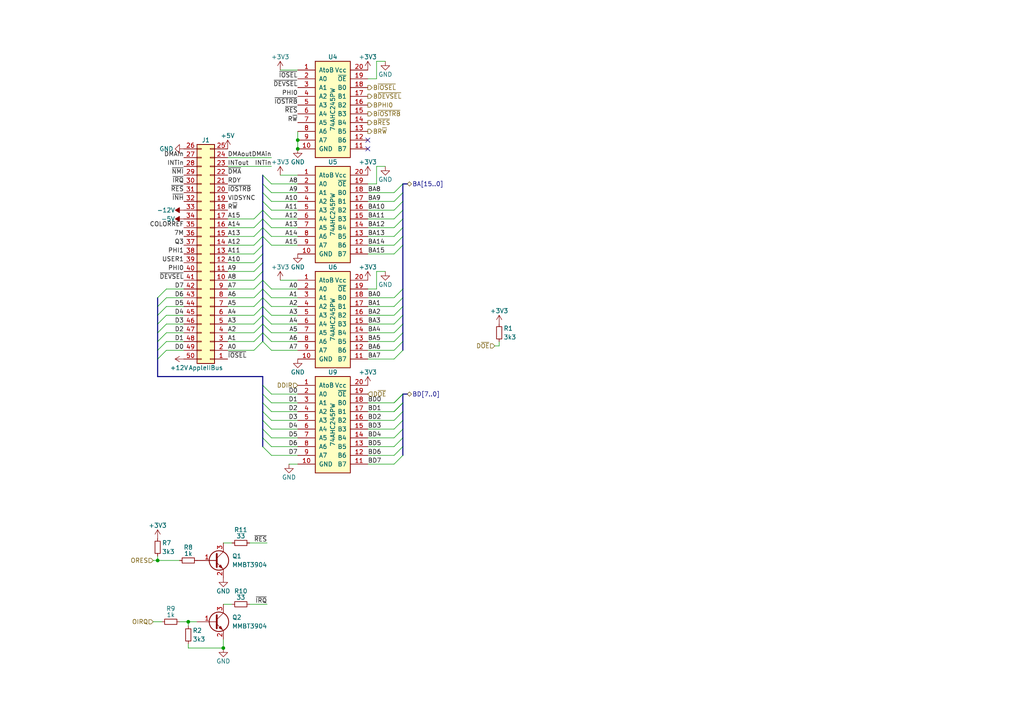
<source format=kicad_sch>
(kicad_sch (version 20230121) (generator eeschema)
  (paper "A4")
  (lib_symbols
    (symbol "Connector_Generic:Conn_02x25_Counter_Clockwise" (pin_names (offset 1.016) hide)
      (property "Reference" "J" (at 1.27 33.02 0))
      (property "Value" "Conn_02x25_Counter_Clockwise" (at 1.27 -33.02 0))
      (symbol "Conn_02x25_Counter_Clockwise_1_1"
        (rectangle (start -1.27 -30.353) (end 0 -30.607) (stroke (width 0.1524)))
        (rectangle (start -1.27 -27.813) (end 0 -28.067) (stroke (width 0.1524)))
        (rectangle (start -1.27 -25.273) (end 0 -25.527) (stroke (width 0.1524)))
        (rectangle (start -1.27 -22.733) (end 0 -22.987) (stroke (width 0.1524)))
        (rectangle (start -1.27 -20.193) (end 0 -20.447) (stroke (width 0.1524)))
        (rectangle (start -1.27 -17.653) (end 0 -17.907) (stroke (width 0.1524)))
        (rectangle (start -1.27 -15.113) (end 0 -15.367) (stroke (width 0.1524)))
        (rectangle (start -1.27 -12.573) (end 0 -12.827) (stroke (width 0.1524)))
        (rectangle (start -1.27 -10.033) (end 0 -10.287) (stroke (width 0.1524)))
        (rectangle (start -1.27 -7.493) (end 0 -7.747) (stroke (width 0.1524)))
        (rectangle (start -1.27 -4.953) (end 0 -5.207) (stroke (width 0.1524)))
        (rectangle (start -1.27 -2.413) (end 0 -2.667) (stroke (width 0.1524)))
        (rectangle (start -1.27 0.127) (end 0 -0.127) (stroke (width 0.1524)))
        (rectangle (start -1.27 2.667) (end 0 2.413) (stroke (width 0.1524)))
        (rectangle (start -1.27 5.207) (end 0 4.953) (stroke (width 0.1524)))
        (rectangle (start -1.27 7.747) (end 0 7.493) (stroke (width 0.1524)))
        (rectangle (start -1.27 10.287) (end 0 10.033) (stroke (width 0.1524)))
        (rectangle (start -1.27 12.827) (end 0 12.573) (stroke (width 0.1524)))
        (rectangle (start -1.27 15.367) (end 0 15.113) (stroke (width 0.1524)))
        (rectangle (start -1.27 17.907) (end 0 17.653) (stroke (width 0.1524)))
        (rectangle (start -1.27 20.447) (end 0 20.193) (stroke (width 0.1524)))
        (rectangle (start -1.27 22.987) (end 0 22.733) (stroke (width 0.1524)))
        (rectangle (start -1.27 25.527) (end 0 25.273) (stroke (width 0.1524)))
        (rectangle (start -1.27 28.067) (end 0 27.813) (stroke (width 0.1524)))
        (rectangle (start -1.27 30.607) (end 0 30.353) (stroke (width 0.1524)))
        (rectangle (start -1.27 31.75) (end 3.81 -31.75) (stroke (width 0.254)) (fill (type background)))
        (rectangle (start 3.81 -30.353) (end 2.54 -30.607) (stroke (width 0.1524)))
        (rectangle (start 3.81 -27.813) (end 2.54 -28.067) (stroke (width 0.1524)))
        (rectangle (start 3.81 -25.273) (end 2.54 -25.527) (stroke (width 0.1524)))
        (rectangle (start 3.81 -22.733) (end 2.54 -22.987) (stroke (width 0.1524)))
        (rectangle (start 3.81 -20.193) (end 2.54 -20.447) (stroke (width 0.1524)))
        (rectangle (start 3.81 -17.653) (end 2.54 -17.907) (stroke (width 0.1524)))
        (rectangle (start 3.81 -15.113) (end 2.54 -15.367) (stroke (width 0.1524)))
        (rectangle (start 3.81 -12.573) (end 2.54 -12.827) (stroke (width 0.1524)))
        (rectangle (start 3.81 -10.033) (end 2.54 -10.287) (stroke (width 0.1524)))
        (rectangle (start 3.81 -7.493) (end 2.54 -7.747) (stroke (width 0.1524)))
        (rectangle (start 3.81 -4.953) (end 2.54 -5.207) (stroke (width 0.1524)))
        (rectangle (start 3.81 -2.413) (end 2.54 -2.667) (stroke (width 0.1524)))
        (rectangle (start 3.81 0.127) (end 2.54 -0.127) (stroke (width 0.1524)))
        (rectangle (start 3.81 2.667) (end 2.54 2.413) (stroke (width 0.1524)))
        (rectangle (start 3.81 5.207) (end 2.54 4.953) (stroke (width 0.1524)))
        (rectangle (start 3.81 7.747) (end 2.54 7.493) (stroke (width 0.1524)))
        (rectangle (start 3.81 10.287) (end 2.54 10.033) (stroke (width 0.1524)))
        (rectangle (start 3.81 12.827) (end 2.54 12.573) (stroke (width 0.1524)))
        (rectangle (start 3.81 15.367) (end 2.54 15.113) (stroke (width 0.1524)))
        (rectangle (start 3.81 17.907) (end 2.54 17.653) (stroke (width 0.1524)))
        (rectangle (start 3.81 20.447) (end 2.54 20.193) (stroke (width 0.1524)))
        (rectangle (start 3.81 22.987) (end 2.54 22.733) (stroke (width 0.1524)))
        (rectangle (start 3.81 25.527) (end 2.54 25.273) (stroke (width 0.1524)))
        (rectangle (start 3.81 28.067) (end 2.54 27.813) (stroke (width 0.1524)))
        (rectangle (start 3.81 30.607) (end 2.54 30.353) (stroke (width 0.1524)))
        (pin passive line (at -5.08 30.48 0) (length 3.81) (name "Pin_1") (number "1"))
        (pin passive line (at -5.08 7.62 0) (length 3.81) (name "Pin_10") (number "10"))
        (pin passive line (at -5.08 5.08 0) (length 3.81) (name "Pin_11") (number "11"))
        (pin passive line (at -5.08 2.54 0) (length 3.81) (name "Pin_12") (number "12"))
        (pin passive line (at -5.08 0 0) (length 3.81) (name "Pin_13") (number "13"))
        (pin passive line (at -5.08 -2.54 0) (length 3.81) (name "Pin_14") (number "14"))
        (pin passive line (at -5.08 -5.08 0) (length 3.81) (name "Pin_15") (number "15"))
        (pin passive line (at -5.08 -7.62 0) (length 3.81) (name "Pin_16") (number "16"))
        (pin passive line (at -5.08 -10.16 0) (length 3.81) (name "Pin_17") (number "17"))
        (pin passive line (at -5.08 -12.7 0) (length 3.81) (name "Pin_18") (number "18"))
        (pin passive line (at -5.08 -15.24 0) (length 3.81) (name "Pin_19") (number "19"))
        (pin passive line (at -5.08 27.94 0) (length 3.81) (name "Pin_2") (number "2"))
        (pin passive line (at -5.08 -17.78 0) (length 3.81) (name "Pin_20") (number "20"))
        (pin passive line (at -5.08 -20.32 0) (length 3.81) (name "Pin_21") (number "21"))
        (pin passive line (at -5.08 -22.86 0) (length 3.81) (name "Pin_22") (number "22"))
        (pin passive line (at -5.08 -25.4 0) (length 3.81) (name "Pin_23") (number "23"))
        (pin passive line (at -5.08 -27.94 0) (length 3.81) (name "Pin_24") (number "24"))
        (pin passive line (at -5.08 -30.48 0) (length 3.81) (name "Pin_25") (number "25"))
        (pin passive line (at 7.62 -30.48 180) (length 3.81) (name "Pin_26") (number "26"))
        (pin passive line (at 7.62 -27.94 180) (length 3.81) (name "Pin_27") (number "27"))
        (pin passive line (at 7.62 -25.4 180) (length 3.81) (name "Pin_28") (number "28"))
        (pin passive line (at 7.62 -22.86 180) (length 3.81) (name "Pin_29") (number "29"))
        (pin passive line (at -5.08 25.4 0) (length 3.81) (name "Pin_3") (number "3"))
        (pin passive line (at 7.62 -20.32 180) (length 3.81) (name "Pin_30") (number "30"))
        (pin passive line (at 7.62 -17.78 180) (length 3.81) (name "Pin_31") (number "31"))
        (pin passive line (at 7.62 -15.24 180) (length 3.81) (name "Pin_32") (number "32"))
        (pin passive line (at 7.62 -12.7 180) (length 3.81) (name "Pin_33") (number "33"))
        (pin passive line (at 7.62 -10.16 180) (length 3.81) (name "Pin_34") (number "34"))
        (pin passive line (at 7.62 -7.62 180) (length 3.81) (name "Pin_35") (number "35"))
        (pin passive line (at 7.62 -5.08 180) (length 3.81) (name "Pin_36") (number "36"))
        (pin passive line (at 7.62 -2.54 180) (length 3.81) (name "Pin_37") (number "37"))
        (pin passive line (at 7.62 0 180) (length 3.81) (name "Pin_38") (number "38"))
        (pin passive line (at 7.62 2.54 180) (length 3.81) (name "Pin_39") (number "39"))
        (pin passive line (at -5.08 22.86 0) (length 3.81) (name "Pin_4") (number "4"))
        (pin passive line (at 7.62 5.08 180) (length 3.81) (name "Pin_40") (number "40"))
        (pin passive line (at 7.62 7.62 180) (length 3.81) (name "Pin_41") (number "41"))
        (pin passive line (at 7.62 10.16 180) (length 3.81) (name "Pin_42") (number "42"))
        (pin passive line (at 7.62 12.7 180) (length 3.81) (name "Pin_43") (number "43"))
        (pin passive line (at 7.62 15.24 180) (length 3.81) (name "Pin_44") (number "44"))
        (pin passive line (at 7.62 17.78 180) (length 3.81) (name "Pin_45") (number "45"))
        (pin passive line (at 7.62 20.32 180) (length 3.81) (name "Pin_46") (number "46"))
        (pin passive line (at 7.62 22.86 180) (length 3.81) (name "Pin_47") (number "47"))
        (pin passive line (at 7.62 25.4 180) (length 3.81) (name "Pin_48") (number "48"))
        (pin passive line (at 7.62 27.94 180) (length 3.81) (name "Pin_49") (number "49"))
        (pin passive line (at -5.08 20.32 0) (length 3.81) (name "Pin_5") (number "5"))
        (pin passive line (at 7.62 30.48 180) (length 3.81) (name "Pin_50") (number "50"))
        (pin passive line (at -5.08 17.78 0) (length 3.81) (name "Pin_6") (number "6"))
        (pin passive line (at -5.08 15.24 0) (length 3.81) (name "Pin_7") (number "7"))
        (pin passive line (at -5.08 12.7 0) (length 3.81) (name "Pin_8") (number "8"))
        (pin passive line (at -5.08 10.16 0) (length 3.81) (name "Pin_9") (number "9"))
      )
    )
    (symbol "Device:R_Small" (pin_numbers hide) (pin_names (offset 0.254) hide)
      (property "Reference" "R" (at 0.762 0.508 0))
      (property "Value" "R_Small" (at 0.762 -1.016 0))
      (symbol "R_Small_0_1"
        (rectangle (start -0.762 1.778) (end 0.762 -1.778) (stroke (width 0.2032)))
      )
      (symbol "R_Small_1_1"
        (pin passive line (at 0 2.54 270) (length 0.762) (name "~") (number "1"))
        (pin passive line (at 0 -2.54 90) (length 0.762) (name "~") (number "2"))
      )
    )
    (symbol "GW_Logic:74245" (pin_names (offset 1.016))
      (property "Reference" "U" (at 0 15.24 0))
      (property "Value" "74245" (at 0 0 90))
      (symbol "74245_0_1"
        (rectangle (start -5.08 13.97) (end 5.08 -13.97) (stroke (width 0.254)) (fill (type background)))
      )
      (symbol "74245_1_1"
        (pin input line (at -10.16 11.43 0) (length 5.08) (name "AtoB") (number "1"))
        (pin power_in line (at -10.16 -11.43 0) (length 5.08) (name "GND") (number "10"))
        (pin bidirectional line (at 10.16 -11.43 180) (length 5.08) (name "B7") (number "11"))
        (pin bidirectional line (at 10.16 -8.89 180) (length 5.08) (name "B6") (number "12"))
        (pin bidirectional line (at 10.16 -6.35 180) (length 5.08) (name "B5") (number "13"))
        (pin bidirectional line (at 10.16 -3.81 180) (length 5.08) (name "B4") (number "14"))
        (pin bidirectional line (at 10.16 -1.27 180) (length 5.08) (name "B3") (number "15"))
        (pin bidirectional line (at 10.16 1.27 180) (length 5.08) (name "B2") (number "16"))
        (pin bidirectional line (at 10.16 3.81 180) (length 5.08) (name "B1") (number "17"))
        (pin bidirectional line (at 10.16 6.35 180) (length 5.08) (name "B0") (number "18"))
        (pin input line (at 10.16 8.89 180) (length 5.08) (name "~{OE}") (number "19"))
        (pin bidirectional line (at -10.16 8.89 0) (length 5.08) (name "A0") (number "2"))
        (pin power_in line (at 10.16 11.43 180) (length 5.08) (name "Vcc") (number "20"))
        (pin bidirectional line (at -10.16 6.35 0) (length 5.08) (name "A1") (number "3"))
        (pin bidirectional line (at -10.16 3.81 0) (length 5.08) (name "A2") (number "4"))
        (pin bidirectional line (at -10.16 1.27 0) (length 5.08) (name "A3") (number "5"))
        (pin bidirectional line (at -10.16 -1.27 0) (length 5.08) (name "A4") (number "6"))
        (pin bidirectional line (at -10.16 -3.81 0) (length 5.08) (name "A5") (number "7"))
        (pin bidirectional line (at -10.16 -6.35 0) (length 5.08) (name "A6") (number "8"))
        (pin bidirectional line (at -10.16 -8.89 0) (length 5.08) (name "A7") (number "9"))
      )
    )
    (symbol "Transistor_BJT:MMBT3904" (pin_names (offset 0) hide)
      (property "Reference" "Q" (at 5.08 1.905 0))
      (property "Value" "MMBT3904" (at 5.08 0 0))
      (symbol "MMBT3904_0_1"
        (polyline (pts (xy 0.635 0.635) (xy 2.54 2.54)))
        (polyline (pts (xy 0.635 -0.635) (xy 2.54 -2.54) (xy 2.54 -2.54)))
        (polyline (pts (xy 0.635 1.905) (xy 0.635 -1.905) (xy 0.635 -1.905)) (stroke (width 0.508)))
        (polyline (pts (xy 1.27 -1.778) (xy 1.778 -1.27) (xy 2.286 -2.286) (xy 1.27 -1.778) (xy 1.27 -1.778)) (fill (type outline)))
        (circle (center 1.27 0) (radius 2.8194) (stroke (width 0.254)))
      )
      (symbol "MMBT3904_1_1"
        (pin input line (at -5.08 0 0) (length 5.715) (name "B") (number "1"))
        (pin passive line (at 2.54 -5.08 90) (length 2.54) (name "E") (number "2"))
        (pin passive line (at 2.54 5.08 270) (length 2.54) (name "C") (number "3"))
      )
    )
    (symbol "power:+12V" (power) (pin_names (offset 0))
      (property "Value" "+12V" (at 0 3.556 0))
      (symbol "+12V_0_1"
        (polyline (pts (xy -0.762 1.27) (xy 0 2.54)))
        (polyline (pts (xy 0 0) (xy 0 2.54)))
        (polyline (pts (xy 0 2.54) (xy 0.762 1.27)))
      )
      (symbol "+12V_1_1"
        (pin power_in line (at 0 0 90) (length 0) hide (name "+12V") (number "1"))
      )
    )
    (symbol "power:+3V3" (power) (pin_names (offset 0))
      (property "Value" "+3V3" (at 0 3.556 0))
      (symbol "+3V3_0_1"
        (polyline (pts (xy -0.762 1.27) (xy 0 2.54)))
        (polyline (pts (xy 0 0) (xy 0 2.54)))
        (polyline (pts (xy 0 2.54) (xy 0.762 1.27)))
      )
      (symbol "+3V3_1_1"
        (pin power_in line (at 0 0 90) (length 0) hide (name "+3V3") (number "1"))
      )
    )
    (symbol "power:+5V" (power) (pin_names (offset 0))
      (property "Value" "+5V" (at 0 3.556 0))
      (symbol "+5V_0_1"
        (polyline (pts (xy -0.762 1.27) (xy 0 2.54)))
        (polyline (pts (xy 0 0) (xy 0 2.54)))
        (polyline (pts (xy 0 2.54) (xy 0.762 1.27)))
      )
      (symbol "+5V_1_1"
        (pin power_in line (at 0 0 90) (length 0) hide (name "+5V") (number "1"))
      )
    )
    (symbol "power:-12V" (power) (pin_names (offset 0))
      (property "Value" "-12V" (at 0 3.81 0))
      (symbol "-12V_0_0"
        (pin power_in line (at 0 0 90) (length 0) hide (name "-12V") (number "1"))
      )
      (symbol "-12V_0_1"
        (polyline (pts (xy 0 0) (xy 0 1.27) (xy 0.762 1.27) (xy 0 2.54) (xy -0.762 1.27) (xy 0 1.27)) (fill (type outline)))
      )
    )
    (symbol "power:-5V" (power) (pin_names (offset 0))
      (property "Value" "-5V" (at 0 3.81 0))
      (symbol "-5V_0_0"
        (pin power_in line (at 0 0 90) (length 0) hide (name "-5V") (number "1"))
      )
      (symbol "-5V_0_1"
        (polyline (pts (xy 0 0) (xy 0 1.27) (xy 0.762 1.27) (xy 0 2.54) (xy -0.762 1.27) (xy 0 1.27)) (fill (type outline)))
      )
    )
    (symbol "power:GND" (power) (pin_names (offset 0))
      (property "Value" "GND" (at 0 -3.81 0))
      (symbol "GND_0_1"
        (polyline (pts (xy 0 0) (xy 0 -1.27) (xy 1.27 -1.27) (xy 0 -2.54) (xy -1.27 -1.27) (xy 0 -1.27)))
      )
      (symbol "GND_1_1"
        (pin power_in line (at 0 0 270) (length 0) hide (name "GND") (number "1"))
      )
    )
  )
  (junction (at 86.36 43.18))
  (junction (at 45.72 162.56))
  (junction (at 86.36 40.64))
  (junction (at 64.77 187.96))
  (junction (at 54.61 180.34))
  (no_connect (at 106.68 40.64))
  (no_connect (at 106.68 43.18))
  (bus_entry (at 76.2 124.46) (size 2.54 2.54))
  (bus_entry (at 114.3 116.84) (size 2.54 -2.54))
  (bus_entry (at 76.2 111.76) (size 2.54 2.54))
  (bus_entry (at 116.84 68.58) (size -2.54 2.54))
  (bus_entry (at 76.2 73.66) (size -2.54 2.54))
  (bus_entry (at 76.2 116.84) (size 2.54 2.54))
  (bus_entry (at 114.3 99.06) (size 2.54 -2.54))
  (bus_entry (at 76.2 81.28) (size -2.54 2.54))
  (bus_entry (at 76.2 83.82) (size -2.54 2.54))
  (bus_entry (at 76.2 88.9) (size -2.54 2.54))
  (bus_entry (at 76.2 119.38) (size 2.54 2.54))
  (bus_entry (at 76.2 121.92) (size 2.54 2.54))
  (bus_entry (at 76.2 68.58) (size -2.54 2.54))
  (bus_entry (at 114.3 96.52) (size 2.54 -2.54))
  (bus_entry (at 45.72 86.36) (size 2.54 -2.54))
  (bus_entry (at 76.2 91.44) (size 2.54 2.54))
  (bus_entry (at 116.84 55.88) (size -2.54 2.54))
  (bus_entry (at 76.2 86.36) (size -2.54 2.54))
  (bus_entry (at 45.72 99.06) (size 2.54 -2.54))
  (bus_entry (at 76.2 93.98) (size 2.54 2.54))
  (bus_entry (at 76.2 53.34) (size 2.54 2.54))
  (bus_entry (at 45.72 104.14) (size 2.54 -2.54))
  (bus_entry (at 76.2 96.52) (size -2.54 2.54))
  (bus_entry (at 76.2 93.98) (size -2.54 2.54))
  (bus_entry (at 114.3 119.38) (size 2.54 -2.54))
  (bus_entry (at 76.2 114.3) (size 2.54 2.54))
  (bus_entry (at 114.3 119.38) (size 2.54 -2.54))
  (bus_entry (at 76.2 76.2) (size -2.54 2.54))
  (bus_entry (at 114.3 121.92) (size 2.54 -2.54))
  (bus_entry (at 76.2 71.12) (size -2.54 2.54))
  (bus_entry (at 114.3 129.54) (size 2.54 -2.54))
  (bus_entry (at 114.3 132.08) (size 2.54 -2.54))
  (bus_entry (at 45.72 91.44) (size 2.54 -2.54))
  (bus_entry (at 114.3 134.62) (size 2.54 -2.54))
  (bus_entry (at 76.2 58.42) (size 2.54 2.54))
  (bus_entry (at 76.2 68.58) (size 2.54 2.54))
  (bus_entry (at 76.2 66.04) (size -2.54 2.54))
  (bus_entry (at 114.3 104.14) (size 2.54 -2.54))
  (bus_entry (at 116.84 53.34) (size -2.54 2.54))
  (bus_entry (at 116.84 71.12) (size -2.54 2.54))
  (bus_entry (at 114.3 116.84) (size 2.54 -2.54))
  (bus_entry (at 45.72 101.6) (size 2.54 -2.54))
  (bus_entry (at 76.2 63.5) (size 2.54 2.54))
  (bus_entry (at 76.2 60.96) (size 2.54 2.54))
  (bus_entry (at 114.3 124.46) (size 2.54 -2.54))
  (bus_entry (at 76.2 91.44) (size -2.54 2.54))
  (bus_entry (at 76.2 83.82) (size 2.54 2.54))
  (bus_entry (at 116.84 58.42) (size -2.54 2.54))
  (bus_entry (at 76.2 63.5) (size -2.54 2.54))
  (bus_entry (at 76.2 60.96) (size -2.54 2.54))
  (bus_entry (at 45.72 93.98) (size 2.54 -2.54))
  (bus_entry (at 76.2 129.54) (size 2.54 2.54))
  (bus_entry (at 114.3 93.98) (size 2.54 -2.54))
  (bus_entry (at 76.2 78.74) (size -2.54 2.54))
  (bus_entry (at 116.84 66.04) (size -2.54 2.54))
  (bus_entry (at 76.2 66.04) (size 2.54 2.54))
  (bus_entry (at 76.2 50.8) (size 2.54 2.54))
  (bus_entry (at 76.2 99.06) (size 2.54 2.54))
  (bus_entry (at 114.3 127) (size 2.54 -2.54))
  (bus_entry (at 76.2 127) (size 2.54 2.54))
  (bus_entry (at 76.2 96.52) (size 2.54 2.54))
  (bus_entry (at 114.3 88.9) (size 2.54 -2.54))
  (bus_entry (at 114.3 91.44) (size 2.54 -2.54))
  (bus_entry (at 76.2 88.9) (size 2.54 2.54))
  (bus_entry (at 45.72 96.52) (size 2.54 -2.54))
  (bus_entry (at 76.2 99.06) (size -2.54 2.54))
  (bus_entry (at 116.84 83.82) (size -2.54 2.54))
  (bus_entry (at 76.2 81.28) (size 2.54 2.54))
  (bus_entry (at 116.84 60.96) (size -2.54 2.54))
  (bus_entry (at 76.2 55.88) (size 2.54 2.54))
  (bus_entry (at 76.2 86.36) (size 2.54 2.54))
  (bus_entry (at 114.3 101.6) (size 2.54 -2.54))
  (bus_entry (at 45.72 88.9) (size 2.54 -2.54))
  (bus_entry (at 116.84 63.5) (size -2.54 2.54))
  (wire (pts (xy 66.04 96.52) (xy 73.66 96.52)))
  (wire (pts (xy 66.04 99.06) (xy 73.66 99.06)))
  (wire (pts (xy 78.74 86.36) (xy 86.36 86.36)))
  (bus (pts (xy 76.2 127) (xy 76.2 124.46)))
  (bus (pts (xy 45.72 86.36) (xy 45.72 88.9)))
  (wire (pts (xy 48.26 88.9) (xy 53.34 88.9)))
  (bus (pts (xy 45.72 101.6) (xy 45.72 104.14)))
  (wire (pts (xy 109.22 78.74) (xy 109.22 83.82)))
  (bus (pts (xy 45.72 109.22) (xy 76.2 109.22)))
  (wire (pts (xy 78.74 91.44) (xy 86.36 91.44)))
  (wire (pts (xy 48.26 86.36) (xy 53.34 86.36)))
  (bus (pts (xy 45.72 91.44) (xy 45.72 93.98)))
  (bus (pts (xy 76.2 129.54) (xy 76.2 127)))
  (bus (pts (xy 76.2 68.58) (xy 76.2 71.12)))
  (wire (pts (xy 106.68 99.06) (xy 114.3 99.06)))
  (wire (pts (xy 106.68 124.46) (xy 114.3 124.46)))
  (wire (pts (xy 48.26 96.52) (xy 53.34 96.52)))
  (wire (pts (xy 48.26 101.6) (xy 53.34 101.6)))
  (wire (pts (xy 78.74 132.08) (xy 86.36 132.08)))
  (wire (pts (xy 106.68 71.12) (xy 114.3 71.12)))
  (wire (pts (xy 144.78 100.33) (xy 144.78 99.06)))
  (wire (pts (xy 109.22 83.82) (xy 106.68 83.82)))
  (wire (pts (xy 44.45 180.34) (xy 46.99 180.34)))
  (wire (pts (xy 66.04 91.44) (xy 73.66 91.44)))
  (wire (pts (xy 78.74 101.6) (xy 86.36 101.6)))
  (wire (pts (xy 45.72 162.56) (xy 52.07 162.56)))
  (wire (pts (xy 66.04 83.82) (xy 73.66 83.82)))
  (wire (pts (xy 66.04 76.2) (xy 73.66 76.2)))
  (wire (pts (xy 106.68 63.5) (xy 114.3 63.5)))
  (bus (pts (xy 76.2 73.66) (xy 76.2 76.2)))
  (wire (pts (xy 78.74 53.34) (xy 86.36 53.34)))
  (bus (pts (xy 76.2 121.92) (xy 76.2 119.38)))
  (wire (pts (xy 109.22 17.78) (xy 109.22 22.86)))
  (bus (pts (xy 116.84 121.92) (xy 116.84 124.46)))
  (wire (pts (xy 78.74 71.12) (xy 86.36 71.12)))
  (wire (pts (xy 106.68 58.42) (xy 114.3 58.42)))
  (wire (pts (xy 109.22 48.26) (xy 109.22 53.34)))
  (bus (pts (xy 116.84 53.34) (xy 116.84 55.88)))
  (bus (pts (xy 76.2 81.28) (xy 76.2 83.82)))
  (wire (pts (xy 86.36 38.1) (xy 86.36 40.64)))
  (wire (pts (xy 106.68 86.36) (xy 114.3 86.36)))
  (wire (pts (xy 66.04 63.5) (xy 73.66 63.5)))
  (wire (pts (xy 54.61 186.69) (xy 54.61 187.96)))
  (wire (pts (xy 67.31 175.26) (xy 64.77 175.26)))
  (wire (pts (xy 64.77 187.96) (xy 64.77 185.42)))
  (wire (pts (xy 78.74 121.92) (xy 86.36 121.92)))
  (wire (pts (xy 106.68 93.98) (xy 114.3 93.98)))
  (wire (pts (xy 106.68 134.62) (xy 114.3 134.62)))
  (wire (pts (xy 78.74 68.58) (xy 86.36 68.58)))
  (bus (pts (xy 116.84 66.04) (xy 116.84 68.58)))
  (bus (pts (xy 116.84 129.54) (xy 116.84 132.08)))
  (bus (pts (xy 45.72 109.22) (xy 45.72 104.14)))
  (wire (pts (xy 78.74 83.82) (xy 86.36 83.82)))
  (bus (pts (xy 116.84 63.5) (xy 116.84 66.04)))
  (bus (pts (xy 76.2 50.8) (xy 76.2 53.34)))
  (bus (pts (xy 116.84 127) (xy 116.84 129.54)))
  (wire (pts (xy 106.68 88.9) (xy 114.3 88.9)))
  (wire (pts (xy 54.61 187.96) (xy 64.77 187.96)))
  (wire (pts (xy 109.22 22.86) (xy 106.68 22.86)))
  (bus (pts (xy 76.2 91.44) (xy 76.2 93.98)))
  (bus (pts (xy 76.2 119.38) (xy 76.2 116.84)))
  (wire (pts (xy 66.04 71.12) (xy 73.66 71.12)))
  (bus (pts (xy 76.2 66.04) (xy 76.2 68.58)))
  (wire (pts (xy 106.68 129.54) (xy 114.3 129.54)))
  (wire (pts (xy 83.82 134.62) (xy 86.36 134.62)))
  (wire (pts (xy 54.61 180.34) (xy 54.61 181.61)))
  (bus (pts (xy 116.84 116.84) (xy 116.84 119.38)))
  (bus (pts (xy 116.84 91.44) (xy 116.84 93.98)))
  (bus (pts (xy 116.84 60.96) (xy 116.84 63.5)))
  (wire (pts (xy 48.26 91.44) (xy 53.34 91.44)))
  (wire (pts (xy 64.77 157.48) (xy 67.31 157.48)))
  (wire (pts (xy 78.74 63.5) (xy 86.36 63.5)))
  (bus (pts (xy 76.2 76.2) (xy 76.2 78.74)))
  (wire (pts (xy 54.61 180.34) (xy 57.15 180.34)))
  (bus (pts (xy 76.2 58.42) (xy 76.2 60.96)))
  (wire (pts (xy 45.72 162.56) (xy 45.72 161.29)))
  (wire (pts (xy 78.74 124.46) (xy 86.36 124.46)))
  (wire (pts (xy 106.68 60.96) (xy 114.3 60.96)))
  (wire (pts (xy 109.22 53.34) (xy 106.68 53.34)))
  (wire (pts (xy 106.68 127) (xy 114.3 127)))
  (bus (pts (xy 116.84 96.52) (xy 116.84 99.06)))
  (wire (pts (xy 78.74 119.38) (xy 86.36 119.38)))
  (wire (pts (xy 44.45 162.56) (xy 45.72 162.56)))
  (wire (pts (xy 81.28 81.28) (xy 86.36 81.28)))
  (wire (pts (xy 106.68 119.38) (xy 114.3 119.38)))
  (wire (pts (xy 78.74 96.52) (xy 86.36 96.52)))
  (bus (pts (xy 116.84 83.82) (xy 116.84 86.36)))
  (bus (pts (xy 76.2 55.88) (xy 76.2 58.42)))
  (bus (pts (xy 76.2 93.98) (xy 76.2 96.52)))
  (wire (pts (xy 66.04 78.74) (xy 73.66 78.74)))
  (bus (pts (xy 116.84 55.88) (xy 116.84 58.42)))
  (wire (pts (xy 111.76 48.26) (xy 109.22 48.26)))
  (wire (pts (xy 72.39 157.48) (xy 77.47 157.48)))
  (bus (pts (xy 76.2 83.82) (xy 76.2 86.36)))
  (bus (pts (xy 116.84 88.9) (xy 116.84 91.44)))
  (wire (pts (xy 106.68 66.04) (xy 114.3 66.04)))
  (wire (pts (xy 66.04 88.9) (xy 73.66 88.9)))
  (wire (pts (xy 106.68 55.88) (xy 114.3 55.88)))
  (wire (pts (xy 66.04 86.36) (xy 73.66 86.36)))
  (bus (pts (xy 45.72 93.98) (xy 45.72 96.52)))
  (bus (pts (xy 116.84 114.3) (xy 118.11 114.3)))
  (wire (pts (xy 48.26 99.06) (xy 53.34 99.06)))
  (wire (pts (xy 66.04 101.6) (xy 73.66 101.6)))
  (wire (pts (xy 66.04 93.98) (xy 73.66 93.98)))
  (wire (pts (xy 106.68 68.58) (xy 114.3 68.58)))
  (wire (pts (xy 78.74 129.54) (xy 86.36 129.54)))
  (wire (pts (xy 52.07 180.34) (xy 54.61 180.34)))
  (wire (pts (xy 66.04 68.58) (xy 73.66 68.58)))
  (bus (pts (xy 116.84 114.3) (xy 116.84 116.84)))
  (wire (pts (xy 66.04 73.66) (xy 73.66 73.66)))
  (wire (pts (xy 111.76 17.78) (xy 109.22 17.78)))
  (bus (pts (xy 45.72 88.9) (xy 45.72 91.44)))
  (wire (pts (xy 78.74 99.06) (xy 86.36 99.06)))
  (bus (pts (xy 76.2 60.96) (xy 76.2 63.5)))
  (wire (pts (xy 66.04 48.26) (xy 78.74 48.26)))
  (bus (pts (xy 76.2 114.3) (xy 76.2 111.76)))
  (bus (pts (xy 45.72 96.52) (xy 45.72 99.06)))
  (wire (pts (xy 78.74 114.3) (xy 86.36 114.3)))
  (wire (pts (xy 106.68 91.44) (xy 114.3 91.44)))
  (wire (pts (xy 111.76 78.74) (xy 109.22 78.74)))
  (wire (pts (xy 106.68 116.84) (xy 114.3 116.84)))
  (bus (pts (xy 116.84 93.98) (xy 116.84 96.52)))
  (bus (pts (xy 76.2 88.9) (xy 76.2 91.44)))
  (bus (pts (xy 116.84 86.36) (xy 116.84 88.9)))
  (wire (pts (xy 106.68 101.6) (xy 114.3 101.6)))
  (bus (pts (xy 116.84 124.46) (xy 116.84 127)))
  (wire (pts (xy 106.68 96.52) (xy 114.3 96.52)))
  (bus (pts (xy 76.2 111.76) (xy 76.2 109.22)))
  (bus (pts (xy 116.84 68.58) (xy 116.84 71.12)))
  (wire (pts (xy 106.68 132.08) (xy 114.3 132.08)))
  (wire (pts (xy 81.28 20.32) (xy 86.36 20.32)))
  (bus (pts (xy 76.2 63.5) (xy 76.2 66.04)))
  (bus (pts (xy 116.84 53.34) (xy 118.11 53.34)))
  (wire (pts (xy 66.04 66.04) (xy 73.66 66.04)))
  (bus (pts (xy 76.2 86.36) (xy 76.2 88.9)))
  (wire (pts (xy 66.04 45.72) (xy 78.74 45.72)))
  (bus (pts (xy 76.2 71.12) (xy 76.2 73.66)))
  (bus (pts (xy 45.72 99.06) (xy 45.72 101.6)))
  (wire (pts (xy 78.74 58.42) (xy 86.36 58.42)))
  (wire (pts (xy 72.39 175.26) (xy 77.47 175.26)))
  (bus (pts (xy 116.84 119.38) (xy 116.84 121.92)))
  (wire (pts (xy 86.36 40.64) (xy 86.36 43.18)))
  (wire (pts (xy 48.26 93.98) (xy 53.34 93.98)))
  (wire (pts (xy 78.74 93.98) (xy 86.36 93.98)))
  (wire (pts (xy 48.26 83.82) (xy 53.34 83.82)))
  (bus (pts (xy 76.2 124.46) (xy 76.2 121.92)))
  (wire (pts (xy 106.68 104.14) (xy 114.3 104.14)))
  (bus (pts (xy 116.84 99.06) (xy 116.84 101.6)))
  (bus (pts (xy 76.2 53.34) (xy 76.2 55.88)))
  (wire (pts (xy 106.68 73.66) (xy 114.3 73.66)))
  (bus (pts (xy 76.2 78.74) (xy 76.2 81.28)))
  (wire (pts (xy 78.74 88.9) (xy 86.36 88.9)))
  (wire (pts (xy 78.74 66.04) (xy 86.36 66.04)))
  (bus (pts (xy 116.84 58.42) (xy 116.84 60.96)))
  (wire (pts (xy 78.74 127) (xy 86.36 127)))
  (wire (pts (xy 66.04 81.28) (xy 73.66 81.28)))
  (bus (pts (xy 76.2 96.52) (xy 76.2 99.06)))
  (wire (pts (xy 81.28 50.8) (xy 86.36 50.8)))
  (bus (pts (xy 76.2 116.84) (xy 76.2 114.3)))
  (wire (pts (xy 144.78 100.33) (xy 143.51 100.33)))
  (bus (pts (xy 116.84 71.12) (xy 116.84 83.82)))
  (wire (pts (xy 78.74 55.88) (xy 86.36 55.88)))
  (wire (pts (xy 106.68 121.92) (xy 114.3 121.92)))
  (wire (pts (xy 78.74 60.96) (xy 86.36 60.96)))
  (wire (pts (xy 78.74 116.84) (xy 86.36 116.84)))
  (label "BA11" (at 106.68 63.5 0))
  (label "~{IRQ}" (at 77.47 175.26 180))
  (label "BD3" (at 106.68 124.46 0))
  (label "D1" (at 86.36 116.84 180))
  (label "D1" (at 53.34 99.06 180))
  (label "BD6" (at 106.68 132.08 0))
  (label "A4" (at 86.36 93.98 180))
  (label "BA10" (at 106.68 60.96 0))
  (label "BA3" (at 106.68 93.98 0))
  (label "R~{W}" (at 86.36 35.56 180))
  (label "D0" (at 53.34 101.6 180))
  (label "A10" (at 86.36 58.42 180))
  (label "DMAout" (at 66.04 45.72 0))
  (label "PHI0" (at 86.36 27.94 180))
  (label "BA6" (at 106.68 101.6 0))
  (label "A9" (at 66.04 78.74 0))
  (label "BD0" (at 106.68 116.84 0))
  (label "~{IOSTRB}" (at 66.04 55.88 0))
  (label "INTout" (at 66.04 48.26 0))
  (label "~{IOSEL}" (at 66.04 104.14 0))
  (label "D5" (at 86.36 127 180))
  (label "BA0" (at 106.68 86.36 0))
  (label "A2" (at 86.36 88.9 180))
  (label "A15" (at 66.04 63.5 0))
  (label "A3" (at 86.36 91.44 180))
  (label "A11" (at 86.36 60.96 180))
  (label "A7" (at 86.36 101.6 180))
  (label "BA2" (at 106.68 91.44 0))
  (label "~{NMI}" (at 53.34 50.8 180))
  (label "A14" (at 86.36 68.58 180))
  (label "A4" (at 66.04 91.44 0))
  (label "~{DEVSEL}" (at 86.36 25.4 180))
  (label "D7" (at 86.36 132.08 180))
  (label "A12" (at 86.36 63.5 180))
  (label "D2" (at 53.34 96.52 180))
  (label "BA14" (at 106.68 71.12 0))
  (label "A9" (at 86.36 55.88 180))
  (label "BA8" (at 106.68 55.88 0))
  (label "~{INH}" (at 53.34 58.42 180))
  (label "D0" (at 86.36 114.3 180))
  (label "A8" (at 66.04 81.28 0))
  (label "INTin" (at 53.34 48.26 180))
  (label "D3" (at 53.34 93.98 180))
  (label "Q3" (at 53.34 71.12 180))
  (label "A0" (at 86.36 83.82 180))
  (label "A13" (at 86.36 66.04 180))
  (label "D6" (at 86.36 129.54 180))
  (label "PHI0" (at 53.34 78.74 180))
  (label "BD5" (at 106.68 129.54 0))
  (label "D7" (at 53.34 83.82 180))
  (label "~{IOSEL}" (at 86.36 22.86 180))
  (label "BA13" (at 106.68 68.58 0))
  (label "D5" (at 53.34 88.9 180))
  (label "D4" (at 53.34 91.44 180))
  (label "VIDSYNC" (at 66.04 58.42 0))
  (label "BA5" (at 106.68 99.06 0))
  (label "COLORREF" (at 53.34 66.04 180))
  (label "DMAin" (at 78.74 45.72 180))
  (label "A0" (at 66.04 101.6 0))
  (label "~{IRQ}" (at 53.34 53.34 180))
  (label "DMAin" (at 53.34 45.72 180))
  (label "D6" (at 53.34 86.36 180))
  (label "A5" (at 66.04 88.9 0))
  (label "A13" (at 66.04 68.58 0))
  (label "A2" (at 66.04 96.52 0))
  (label "BD7" (at 106.68 134.62 0))
  (label "BD1" (at 106.68 119.38 0))
  (label "~{DEVSEL}" (at 53.34 81.28 180))
  (label "BA15" (at 106.68 73.66 0))
  (label "D2" (at 86.36 119.38 180))
  (label "A15" (at 86.36 71.12 180))
  (label "BD4" (at 106.68 127 0))
  (label "D4" (at 86.36 124.46 180))
  (label "A7" (at 66.04 83.82 0))
  (label "BA7" (at 106.68 104.14 0))
  (label "A11" (at 66.04 73.66 0))
  (label "~{DMA}" (at 66.04 50.8 0))
  (label "A5" (at 86.36 96.52 180))
  (label "7M" (at 53.34 68.58 180))
  (label "INTin" (at 78.74 48.26 180))
  (label "PHI1" (at 53.34 73.66 180))
  (label "A1" (at 66.04 99.06 0))
  (label "~{IOSTRB}" (at 86.36 30.48 180))
  (label "BA1" (at 106.68 88.9 0))
  (label "A14" (at 66.04 66.04 0))
  (label "BA9" (at 106.68 58.42 0))
  (label "USER1" (at 53.34 76.2 180))
  (label "RDY" (at 66.04 53.34 0))
  (label "A8" (at 86.36 53.34 180))
  (label "A6" (at 66.04 86.36 0))
  (label "A6" (at 86.36 99.06 180))
  (label "~{RES}" (at 86.36 33.02 180))
  (label "A1" (at 86.36 86.36 180))
  (label "BA4" (at 106.68 96.52 0))
  (label "~{RES}" (at 77.47 157.48 180))
  (label "~{RES}" (at 53.34 55.88 180))
  (label "A3" (at 66.04 93.98 0))
  (label "A12" (at 66.04 71.12 0))
  (label "A10" (at 66.04 76.2 0))
  (label "BA12" (at 106.68 66.04 0))
  (label "R~{W}" (at 66.04 60.96 0))
  (label "D3" (at 86.36 121.92 180))
  (label "BD2" (at 106.68 121.92 0))
  (hierarchical_label "D~{OE}" (shape input) (at 106.68 114.3 0))
  (hierarchical_label "BR~{W}" (shape output) (at 106.68 38.1 0))
  (hierarchical_label "BA[15..0]" (shape bidirectional) (at 118.11 53.34 0))
  (hierarchical_label "BPHI0" (shape output) (at 106.68 30.48 0))
  (hierarchical_label "B~{RES}" (shape output) (at 106.68 35.56 0))
  (hierarchical_label "BD[7..0]" (shape bidirectional) (at 118.11 114.3 0))
  (hierarchical_label "ORES" (shape input) (at 44.45 162.56 180))
  (hierarchical_label "OIRQ" (shape input) (at 44.45 180.34 180))
  (hierarchical_label "B~{DEVSEL}" (shape output) (at 106.68 27.94 0))
  (hierarchical_label "D~{OE}" (shape input) (at 143.51 100.33 180))
  (hierarchical_label "B~{IOSTRB}" (shape output) (at 106.68 33.02 0))
  (hierarchical_label "DDIR" (shape input) (at 86.36 111.76 180))
  (hierarchical_label "B~{IOSEL}" (shape output) (at 106.68 25.4 0))
  (symbol (lib_id "Device:R_Small") (at 45.72 158.75 0) (unit 1)
    (property "Reference" "R7" (at 46.99 157.48 0) (effects (justify left)))
    (property "Value" "3k3" (at 46.99 160.02 0) (effects (justify left)))
    (property "Footprint" "stdpads:R_0603" (effects hide))
  )
  (symbol (lib_id "power:GND") (at 111.76 48.26 0) (unit 1)
    (property "Reference" "#PWR042" (effects hide))
    (property "Value" "GND" (at 111.76 52.07 0))
  )
  (symbol (lib_id "power:+12V") (at 53.34 104.14 90) (unit 1)
    (property "Reference" "#PWR034" (effects hide))
    (property "Value" "+12V" (at 54.61 106.68 90) (effects (justify left)))
  )
  (symbol (lib_id "power:+3V3") (at 106.68 20.32 0) (unit 1)
    (property "Reference" "#PWR023" (effects hide))
    (property "Value" "+3V3" (at 106.68 16.51 0))
  )
  (symbol (lib_id "power:+3V3") (at 81.28 20.32 0) (unit 1)
    (property "Reference" "#PWR016" (effects hide))
    (property "Value" "+3V3" (at 81.28 16.51 0))
  )
  (symbol (lib_id "power:GND") (at 83.82 134.62 0) (unit 1)
    (property "Reference" "#PWR019" (effects hide))
    (property "Value" "GND" (at 83.82 138.43 0))
  )
  (symbol (lib_id "Transistor_BJT:MMBT3904") (at 62.23 180.34 0) (unit 1)
    (property "Reference" "Q2" (at 67.31 179.07 0) (effects (justify left)))
    (property "Value" "MMBT3904" (at 67.31 181.61 0) (effects (justify left)))
    (property "Footprint" "Package_TO_SOT_SMD:SOT-23" (effects hide))
    (property "Datasheet" "https://www.onsemi.com/pdf/datasheet/pzt3904-d.pdf" (effects hide))
  )
  (symbol (lib_id "Transistor_BJT:MMBT3904") (at 62.23 162.56 0) (unit 1)
    (property "Reference" "Q1" (at 67.31 161.29 0) (effects (justify left)))
    (property "Value" "MMBT3904" (at 67.31 163.83 0) (effects (justify left)))
    (property "Footprint" "Package_TO_SOT_SMD:SOT-23" (effects hide))
    (property "Datasheet" "https://www.onsemi.com/pdf/datasheet/pzt3904-d.pdf" (effects hide))
  )
  (symbol (lib_id "GW_Logic:74245") (at 96.52 92.71 0) (unit 1)
    (property "Reference" "U6" (at 96.52 77.47 0))
    (property "Value" "74AHC245PW" (at 96.52 92.71 90))
    (property "Footprint" "stdpads:TSSOP-20_4.4x6.5mm_P0.65mm" (effects hide))
    (property "LCSC Part" "C5516" (effects hide))
  )
  (symbol (lib_id "power:-12V") (at 53.34 60.96 90) (unit 1)
    (property "Reference" "#PWR032" (effects hide))
    (property "Value" "-12V" (at 50.8 60.96 90) (effects (justify left)))
  )
  (symbol (lib_id "power:GND") (at 111.76 78.74 0) (unit 1)
    (property "Reference" "#PWR041" (effects hide))
    (property "Value" "GND" (at 111.76 82.55 0))
  )
  (symbol (lib_id "Device:R_Small") (at 144.78 96.52 0) (unit 1)
    (property "Reference" "R1" (at 146.05 95.25 0) (effects (justify left)))
    (property "Value" "3k3" (at 146.05 97.79 0) (effects (justify left)))
    (property "Footprint" "stdpads:R_0603" (effects hide))
  )
  (symbol (lib_id "Device:R_Small") (at 54.61 162.56 90) (unit 1)
    (property "Reference" "R8" (at 54.61 158.75 90))
    (property "Value" "1k" (at 54.61 161.29 90) (effects (justify top)))
    (property "Footprint" "stdpads:R_0603" (effects hide))
    (property "LCSC Part" "10k" (effects hide))
  )
  (symbol (lib_id "power:+3V3") (at 106.68 50.8 0) (unit 1)
    (property "Reference" "#PWR024" (effects hide))
    (property "Value" "+3V3" (at 106.68 46.99 0))
  )
  (symbol (lib_id "power:+3V3") (at 144.78 93.98 0) (unit 1)
    (property "Reference" "#PWR029" (effects hide))
    (property "Value" "+3V3" (at 144.78 90.17 0))
  )
  (symbol (lib_id "power:GND") (at 64.77 167.64 0) (unit 1)
    (property "Reference" "#PWR043" (effects hide))
    (property "Value" "GND" (at 64.77 171.45 0))
  )
  (symbol (lib_id "GW_Logic:74245") (at 96.52 62.23 0) (unit 1)
    (property "Reference" "U5" (at 96.52 46.99 0))
    (property "Value" "74AHC245PW" (at 96.52 62.23 90))
    (property "Footprint" "stdpads:TSSOP-20_4.4x6.5mm_P0.65mm" (effects hide))
    (property "LCSC Part" "C5516" (effects hide))
  )
  (symbol (lib_id "Device:R_Small") (at 69.85 157.48 270) (unit 1)
    (property "Reference" "R11" (at 69.85 153.67 90))
    (property "Value" "33" (at 69.85 156.21 90) (effects (justify bottom)))
    (property "Footprint" "stdpads:R_0603" (effects hide))
    (property "LCSC Part" "C23140" (effects hide))
  )
  (symbol (lib_id "power:GND") (at 64.77 187.96 0) (unit 1)
    (property "Reference" "#PWR044" (effects hide))
    (property "Value" "GND" (at 64.77 191.77 0))
  )
  (symbol (lib_id "Device:R_Small") (at 69.85 175.26 270) (unit 1)
    (property "Reference" "R10" (at 69.85 171.45 90))
    (property "Value" "33" (at 69.85 173.99 90) (effects (justify bottom)))
    (property "Footprint" "stdpads:R_0603" (effects hide))
    (property "LCSC Part" "C23140" (effects hide))
  )
  (symbol (lib_id "power:+3V3") (at 106.68 111.76 0) (unit 1)
    (property "Reference" "#PWR026" (effects hide))
    (property "Value" "+3V3" (at 106.68 107.95 0))
  )
  (symbol (lib_id "power:GND") (at 111.76 17.78 0) (unit 1)
    (property "Reference" "#PWR027" (effects hide))
    (property "Value" "GND" (at 111.76 21.59 0))
  )
  (symbol (lib_id "power:+3V3") (at 81.28 50.8 0) (unit 1)
    (property "Reference" "#PWR040" (effects hide))
    (property "Value" "+3V3" (at 81.28 46.99 0))
  )
  (symbol (lib_id "power:+3V3") (at 45.72 156.21 0) (unit 1)
    (property "Reference" "#PWR045" (effects hide))
    (property "Value" "+3V3" (at 45.72 152.4 0))
  )
  (symbol (lib_id "power:GND") (at 53.34 43.18 270) (mirror x) (unit 1)
    (property "Reference" "#PWR031" (effects hide))
    (property "Value" "GND" (at 48.26 43.18 90))
  )
  (symbol (lib_id "power:GND") (at 86.36 43.18 0) (unit 1)
    (property "Reference" "#PWR020" (effects hide))
    (property "Value" "GND" (at 86.36 46.99 0))
  )
  (symbol (lib_id "power:GND") (at 86.36 73.66 0) (unit 1)
    (property "Reference" "#PWR021" (effects hide))
    (property "Value" "GND" (at 86.36 77.47 0))
  )
  (symbol (lib_id "power:-5V") (at 53.34 63.5 90) (unit 1)
    (property "Reference" "#PWR033" (effects hide))
    (property "Value" "-5V" (at 50.8 63.5 90) (effects (justify left)))
  )
  (symbol (lib_id "power:+3V3") (at 81.28 81.28 0) (unit 1)
    (property "Reference" "#PWR039" (effects hide))
    (property "Value" "+3V3" (at 81.28 77.47 0))
  )
  (symbol (lib_id "power:+3V3") (at 106.68 81.28 0) (unit 1)
    (property "Reference" "#PWR025" (effects hide))
    (property "Value" "+3V3" (at 106.68 77.47 0))
  )
  (symbol (lib_id "GW_Logic:74245") (at 96.52 31.75 0) (unit 1)
    (property "Reference" "U4" (at 96.52 16.51 0))
    (property "Value" "74AHC245PW" (at 96.52 31.75 90))
    (property "Footprint" "stdpads:TSSOP-20_4.4x6.5mm_P0.65mm" (effects hide))
    (property "LCSC Part" "C5516" (effects hide))
  )
  (symbol (lib_id "power:GND") (at 86.36 104.14 0) (unit 1)
    (property "Reference" "#PWR022" (effects hide))
    (property "Value" "GND" (at 86.36 107.95 0))
  )
  (symbol (lib_id "power:+5V") (at 66.04 43.18 0) (unit 1)
    (property "Reference" "#PWR035" (effects hide))
    (property "Value" "+5V" (at 66.04 39.37 0))
  )
  (symbol (lib_id "Device:R_Small") (at 49.53 180.34 90) (unit 1)
    (property "Reference" "R9" (at 49.53 176.53 90))
    (property "Value" "1k" (at 49.53 179.07 90) (effects (justify top)))
    (property "Footprint" "stdpads:R_0603" (effects hide))
    (property "LCSC Part" "10k" (effects hide))
  )
  (symbol (lib_id "Connector_Generic:Conn_02x25_Counter_Clockwise") (at 60.96 73.66 180) (unit 1)
    (property "Reference" "J1" (at 59.69 40.64 0))
    (property "Value" "AppleIIBus" (at 59.69 106.68 0))
    (property "Footprint" "stdpads:AppleIIBus_Edge" (effects hide))
  )
  (symbol (lib_id "Device:R_Small") (at 54.61 184.15 0) (unit 1)
    (property "Reference" "R2" (at 55.88 182.88 0) (effects (justify left)))
    (property "Value" "3k3" (at 55.88 185.42 0) (effects (justify left)))
    (property "Footprint" "stdpads:R_0603" (effects hide))
  )
  (symbol (lib_id "GW_Logic:74245") (at 96.52 123.19 0) (unit 1)
    (property "Reference" "U9" (at 96.52 107.95 0))
    (property "Value" "74AHC245PW" (at 96.52 123.19 90))
    (property "Footprint" "stdpads:TSSOP-20_4.4x6.5mm_P0.65mm" (effects hide))
    (property "LCSC Part" "C5516" (effects hide))
  )
)
</source>
